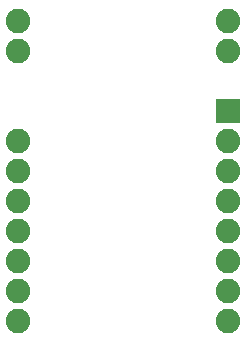
<source format=gbr>
G04 EAGLE Gerber RS-274X export*
G75*
%MOMM*%
%FSLAX34Y34*%
%LPD*%
%INSoldermask Bottom*%
%IPPOS*%
%AMOC8*
5,1,8,0,0,1.08239X$1,22.5*%
G01*
%ADD10R,2.082800X2.082800*%
%ADD11C,2.082800*%


D10*
X190500Y190500D03*
D11*
X190500Y165100D03*
X190500Y139700D03*
X190500Y114300D03*
X190500Y88900D03*
X190500Y63500D03*
X190500Y38100D03*
X190500Y12700D03*
X12700Y165100D03*
X12700Y139700D03*
X12700Y114300D03*
X12700Y88900D03*
X12700Y63500D03*
X12700Y38100D03*
X12700Y12700D03*
X190500Y241300D03*
X190500Y266700D03*
X12700Y266700D03*
X12700Y241300D03*
M02*

</source>
